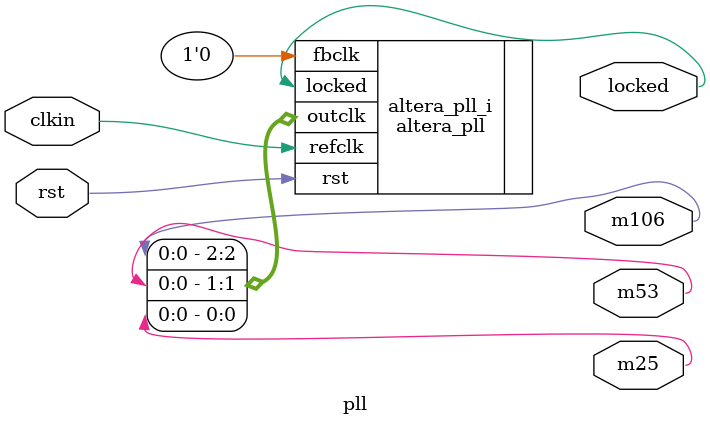
<source format=v>
module pll
(
    input  clkin,
    input  rst,
    output m25,
    output m53,
    output m106,
    output locked
);
altera_pll #(
    .fractional_vco_multiplier("false"),
    .reference_clock_frequency("50.0 MHz"),
    .operation_mode    ("normal"),
    .number_of_clocks  (3),
    .output_clock_frequency0("26.5 MHz"),   .phase_shift0("0 ps"),  .duty_cycle0(50),
    .output_clock_frequency1("53.0 MHz"),   .phase_shift1("0 ps"),  .duty_cycle1(50),
    .output_clock_frequency2("106.0 MHz"),  .phase_shift2("0 ps"),  .duty_cycle2(50),
    .output_clock_frequency3("0.0 MHz"),    .phase_shift3("0 ps"),  .duty_cycle3(50),
    .output_clock_frequency4("0.0 MHz"),    .phase_shift4("0 ps"),  .duty_cycle4(50),
    .output_clock_frequency5("0.0 MHz"),    .phase_shift5("0 ps"),  .duty_cycle5(50),
    .output_clock_frequency6("0.0 MHz"),    .phase_shift6("0 ps"),  .duty_cycle6(50),
    .output_clock_frequency7("0.0 MHz"),    .phase_shift7("0 ps"),  .duty_cycle7(50),
    .output_clock_frequency8("0.0 MHz"),    .phase_shift8("0 ps"),  .duty_cycle8(50),
    .output_clock_frequency9("0.0 MHz"),    .phase_shift9("0 ps"),  .duty_cycle9(50),
    .output_clock_frequency10("0.0 MHz"),   .phase_shift10("0 ps"), .duty_cycle10(50),
    .output_clock_frequency11("0.0 MHz"),   .phase_shift11("0 ps"), .duty_cycle11(50),
    .output_clock_frequency12("0.0 MHz"),   .phase_shift12("0 ps"), .duty_cycle12(50),
    .output_clock_frequency13("0.0 MHz"),   .phase_shift13("0 ps"), .duty_cycle13(50),
    .output_clock_frequency14("0.0 MHz"),   .phase_shift14("0 ps"), .duty_cycle14(50),
    .output_clock_frequency15("0.0 MHz"),   .phase_shift15("0 ps"), .duty_cycle15(50),
    .output_clock_frequency16("0.0 MHz"),   .phase_shift16("0 ps"), .duty_cycle16(50),
    .output_clock_frequency17("0.0 MHz"),   .phase_shift17("0 ps"), .duty_cycle17(50),
    .pll_type("General"),
    .pll_subtype("General")
)
altera_pll_i
(
    .rst      (rst),
    .outclk   ({m106,m53,m25}),
    .locked   (locked),
    .fbclk    (1'b0),
    .refclk   (clkin)
);
endmodule

</source>
